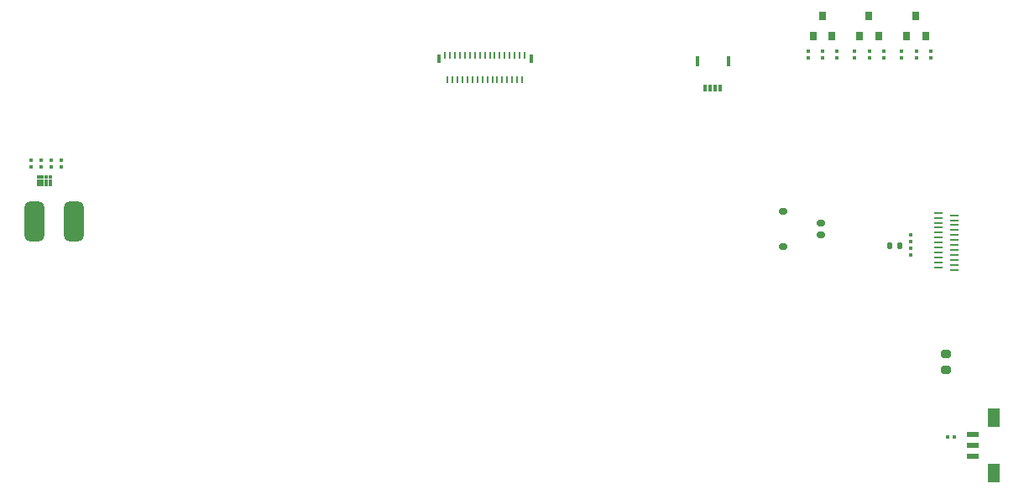
<source format=gbr>
%TF.GenerationSoftware,KiCad,Pcbnew,(7.0.0)*%
%TF.CreationDate,2023-03-12T01:47:04+01:00*%
%TF.ProjectId,g&w,6726772e-6b69-4636-9164-5f7063625858,rev?*%
%TF.SameCoordinates,Original*%
%TF.FileFunction,Paste,Top*%
%TF.FilePolarity,Positive*%
%FSLAX46Y46*%
G04 Gerber Fmt 4.6, Leading zero omitted, Abs format (unit mm)*
G04 Created by KiCad (PCBNEW (7.0.0)) date 2023-03-12 01:47:04*
%MOMM*%
%LPD*%
G01*
G04 APERTURE LIST*
G04 Aperture macros list*
%AMRoundRect*
0 Rectangle with rounded corners*
0 $1 Rounding radius*
0 $2 $3 $4 $5 $6 $7 $8 $9 X,Y pos of 4 corners*
0 Add a 4 corners polygon primitive as box body*
4,1,4,$2,$3,$4,$5,$6,$7,$8,$9,$2,$3,0*
0 Add four circle primitives for the rounded corners*
1,1,$1+$1,$2,$3*
1,1,$1+$1,$4,$5*
1,1,$1+$1,$6,$7*
1,1,$1+$1,$8,$9*
0 Add four rect primitives between the rounded corners*
20,1,$1+$1,$2,$3,$4,$5,0*
20,1,$1+$1,$4,$5,$6,$7,0*
20,1,$1+$1,$6,$7,$8,$9,0*
20,1,$1+$1,$8,$9,$2,$3,0*%
G04 Aperture macros list end*
%ADD10RoundRect,0.079500X-0.079500X-0.100500X0.079500X-0.100500X0.079500X0.100500X-0.079500X0.100500X0*%
%ADD11RoundRect,0.500000X0.500000X-1.500000X0.500000X1.500000X-0.500000X1.500000X-0.500000X-1.500000X0*%
%ADD12R,0.250000X0.800000*%
%ADD13R,0.250000X0.650000*%
%ADD14R,0.400000X0.850000*%
%ADD15R,0.300000X0.700000*%
%ADD16R,0.300000X1.000000*%
%ADD17RoundRect,0.150000X-0.275000X0.150000X-0.275000X-0.150000X0.275000X-0.150000X0.275000X0.150000X0*%
%ADD18RoundRect,0.175000X-0.225000X0.175000X-0.225000X-0.175000X0.225000X-0.175000X0.225000X0.175000X0*%
%ADD19R,0.800000X0.900000*%
%ADD20RoundRect,0.079500X-0.100500X0.079500X-0.100500X-0.079500X0.100500X-0.079500X0.100500X0.079500X0*%
%ADD21RoundRect,0.079500X0.100500X-0.079500X0.100500X0.079500X-0.100500X0.079500X-0.100500X-0.079500X0*%
%ADD22RoundRect,0.135000X-0.135000X-0.185000X0.135000X-0.185000X0.135000X0.185000X-0.135000X0.185000X0*%
%ADD23RoundRect,0.200000X0.275000X-0.200000X0.275000X0.200000X-0.275000X0.200000X-0.275000X-0.200000X0*%
%ADD24R,1.200000X0.600000*%
%ADD25R,1.200000X1.850000*%
%ADD26R,0.300000X0.300000*%
%ADD27R,0.850000X0.270000*%
%ADD28R,0.950000X0.270000*%
G04 APERTURE END LIST*
D10*
%TO.C,C34*%
X196655000Y-124000000D03*
X197345000Y-124000000D03*
%TD*%
D11*
%TO.C,J1*%
X104550000Y-102250000D03*
X108550000Y-102250000D03*
%TD*%
D12*
%TO.C,J3*%
X145999999Y-85469999D03*
D13*
X146249999Y-87954999D03*
D12*
X146499999Y-85469999D03*
D13*
X146749999Y-87954999D03*
D12*
X146999999Y-85469999D03*
D13*
X147249999Y-87954999D03*
D12*
X147499999Y-85469999D03*
D13*
X147749999Y-87954999D03*
D12*
X147999999Y-85469999D03*
D13*
X148249999Y-87954999D03*
D12*
X148499999Y-85469999D03*
D13*
X148749999Y-87954999D03*
D12*
X148999999Y-85469999D03*
D13*
X149249999Y-87954999D03*
D12*
X149499999Y-85469999D03*
D13*
X149749999Y-87954999D03*
D12*
X149999999Y-85469999D03*
D13*
X150249999Y-87954999D03*
D12*
X150499999Y-85469999D03*
D13*
X150749999Y-87954999D03*
D12*
X150999999Y-85469999D03*
D13*
X151249999Y-87954999D03*
D12*
X151499999Y-85469999D03*
D13*
X151749999Y-87954999D03*
D12*
X151999999Y-85469999D03*
D13*
X152249999Y-87954999D03*
D12*
X152499999Y-85469999D03*
D13*
X152749999Y-87954999D03*
D12*
X152999999Y-85469999D03*
D13*
X153249999Y-87954999D03*
D12*
X153499999Y-85469999D03*
D13*
X153749999Y-87954999D03*
D12*
X153999999Y-85469999D03*
D14*
X154669999Y-85794999D03*
X145329999Y-85794999D03*
%TD*%
D15*
%TO.C,J4*%
X173749999Y-88749999D03*
X173249999Y-88749999D03*
X172749999Y-88749999D03*
X172249999Y-88749999D03*
D16*
X174539999Y-86099999D03*
X171459999Y-86099999D03*
%TD*%
D17*
%TO.C,J5*%
X183875000Y-102400000D03*
X183875000Y-103600000D03*
D18*
X180100000Y-101250000D03*
X180100000Y-104750000D03*
%TD*%
D19*
%TO.C,Q1*%
X183099999Y-83499999D03*
X184999999Y-83499999D03*
X184049999Y-81499999D03*
%TD*%
%TO.C,Q2*%
X187799999Y-83499999D03*
X189699999Y-83499999D03*
X188749999Y-81499999D03*
%TD*%
%TO.C,Q3*%
X192549999Y-83499999D03*
X194449999Y-83499999D03*
X193499999Y-81499999D03*
%TD*%
D20*
%TO.C,R1*%
X105250000Y-96085000D03*
X105250000Y-96775000D03*
%TD*%
D21*
%TO.C,R2*%
X107250000Y-96775000D03*
X107250000Y-96085000D03*
%TD*%
D20*
%TO.C,R3*%
X104250000Y-96078466D03*
X104250000Y-96768466D03*
%TD*%
D21*
%TO.C,R4*%
X106250000Y-96768652D03*
X106250000Y-96078652D03*
%TD*%
D20*
%TO.C,R21*%
X185500000Y-85060000D03*
X185500000Y-85750000D03*
%TD*%
D21*
%TO.C,R22*%
X182640603Y-85750000D03*
X182640603Y-85060000D03*
%TD*%
%TO.C,R23*%
X184046551Y-85750000D03*
X184046551Y-85060000D03*
%TD*%
D20*
%TO.C,R24*%
X187250000Y-85060000D03*
X187250000Y-85750000D03*
%TD*%
%TO.C,R25*%
X188782158Y-85060944D03*
X188782158Y-85750944D03*
%TD*%
%TO.C,R26*%
X190282633Y-85074548D03*
X190282633Y-85764548D03*
%TD*%
%TO.C,R27*%
X193542387Y-85078648D03*
X193542387Y-85768648D03*
%TD*%
%TO.C,R28*%
X192042387Y-85073843D03*
X192042387Y-85763843D03*
%TD*%
%TO.C,R29*%
X194985765Y-85078172D03*
X194985765Y-85768172D03*
%TD*%
D22*
%TO.C,R31*%
X190815000Y-104700000D03*
X191835000Y-104700000D03*
%TD*%
D20*
%TO.C,R32*%
X192950000Y-103630000D03*
X192950000Y-104320000D03*
%TD*%
%TO.C,R33*%
X192950000Y-104955000D03*
X192950000Y-105645000D03*
%TD*%
D23*
%TO.C,R34*%
X196500000Y-117250000D03*
X196500000Y-115600000D03*
%TD*%
D24*
%TO.C,B10*%
X199249999Y-125949999D03*
X199249999Y-123749999D03*
X199249999Y-124849999D03*
D25*
X201349999Y-127649999D03*
X201349999Y-122049999D03*
%TD*%
D26*
%TO.C,IC1*%
X104949999Y-98549999D03*
X105349999Y-98549999D03*
X105749999Y-98549999D03*
X106149999Y-98549999D03*
X104949999Y-98149999D03*
X105349999Y-98149999D03*
X105749999Y-98149999D03*
X106149999Y-98149999D03*
X104949999Y-97749999D03*
X105349999Y-97749999D03*
X105749999Y-97749999D03*
X106149999Y-97749999D03*
%TD*%
D27*
%TO.C,J6*%
X197374999Y-107124999D03*
X197374999Y-106624999D03*
X197374999Y-106124999D03*
X197374999Y-105624999D03*
X197374999Y-105124999D03*
X197374999Y-104624999D03*
X197374999Y-104124999D03*
X197374999Y-103624999D03*
X197374999Y-103124999D03*
X197374999Y-102624999D03*
X197374999Y-102124999D03*
X197374999Y-101624999D03*
D28*
X195724999Y-101374999D03*
X195724999Y-101874999D03*
X195724999Y-102374999D03*
X195724999Y-102874999D03*
X195724999Y-103374999D03*
X195724999Y-103874999D03*
X195724999Y-104374999D03*
X195724999Y-104874999D03*
X195724999Y-105374999D03*
X195724999Y-105874999D03*
X195724999Y-106374999D03*
X195724999Y-106874999D03*
%TD*%
M02*

</source>
